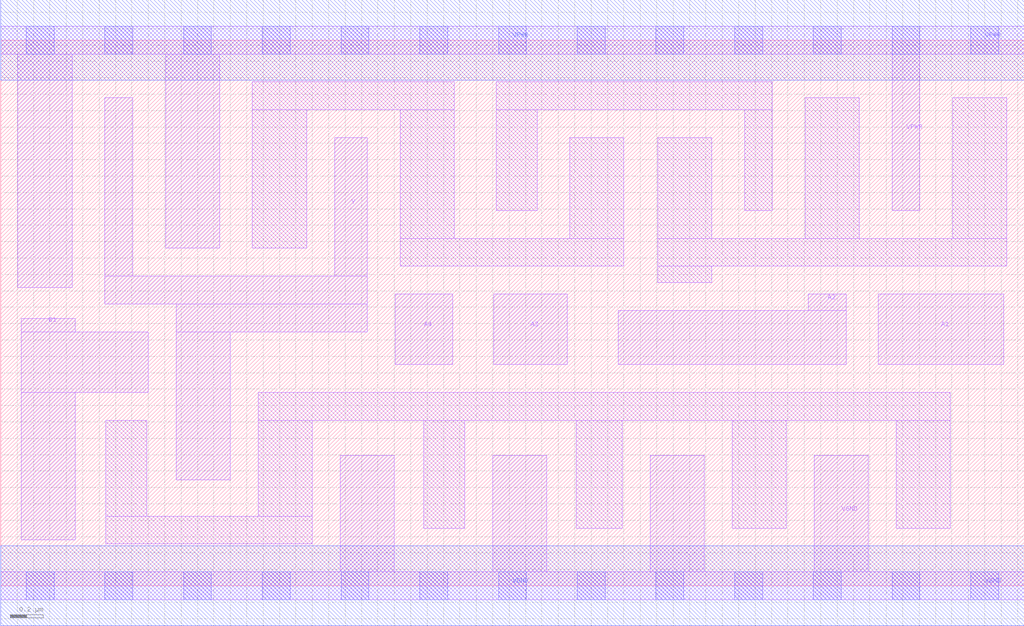
<source format=lef>
# Copyright 2020 The SkyWater PDK Authors
#
# Licensed under the Apache License, Version 2.0 (the "License");
# you may not use this file except in compliance with the License.
# You may obtain a copy of the License at
#
#     https://www.apache.org/licenses/LICENSE-2.0
#
# Unless required by applicable law or agreed to in writing, software
# distributed under the License is distributed on an "AS IS" BASIS,
# WITHOUT WARRANTIES OR CONDITIONS OF ANY KIND, either express or implied.
# See the License for the specific language governing permissions and
# limitations under the License.
#
# SPDX-License-Identifier: Apache-2.0

VERSION 5.7 ;
  NAMESCASESENSITIVE ON ;
  NOWIREEXTENSIONATPIN ON ;
  DIVIDERCHAR "/" ;
  BUSBITCHARS "[]" ;
UNITS
  DATABASE MICRONS 200 ;
END UNITS
MACRO sky130_fd_sc_hs__o41ai_2
  CLASS CORE ;
  SOURCE USER ;
  FOREIGN sky130_fd_sc_hs__o41ai_2 ;
  ORIGIN  0.000000  0.000000 ;
  SIZE  6.240000 BY  3.330000 ;
  SYMMETRY X Y ;
  SITE unit ;
  PIN A1
    ANTENNAGATEAREA  0.558000 ;
    DIRECTION INPUT ;
    USE SIGNAL ;
    PORT
      LAYER li1 ;
        RECT 5.350000 1.350000 6.115000 1.780000 ;
    END
  END A1
  PIN A2
    ANTENNAGATEAREA  0.558000 ;
    DIRECTION INPUT ;
    USE SIGNAL ;
    PORT
      LAYER li1 ;
        RECT 3.765000 1.350000 5.155000 1.680000 ;
        RECT 4.925000 1.680000 5.155000 1.780000 ;
    END
  END A2
  PIN A3
    ANTENNAGATEAREA  0.558000 ;
    DIRECTION INPUT ;
    USE SIGNAL ;
    PORT
      LAYER li1 ;
        RECT 3.005000 1.350000 3.455000 1.780000 ;
    END
  END A3
  PIN A4
    ANTENNAGATEAREA  0.558000 ;
    DIRECTION INPUT ;
    USE SIGNAL ;
    PORT
      LAYER li1 ;
        RECT 2.405000 1.350000 2.755000 1.780000 ;
    END
  END A4
  PIN B1
    ANTENNAGATEAREA  0.558000 ;
    DIRECTION INPUT ;
    USE SIGNAL ;
    PORT
      LAYER li1 ;
        RECT 0.125000 0.280000 0.455000 1.180000 ;
        RECT 0.125000 1.180000 0.900000 1.550000 ;
        RECT 0.125000 1.550000 0.455000 1.630000 ;
    END
  END B1
  PIN Y
    ANTENNADIFFAREA  0.879200 ;
    DIRECTION OUTPUT ;
    USE SIGNAL ;
    PORT
      LAYER li1 ;
        RECT 0.635000 1.720000 2.235000 1.890000 ;
        RECT 0.635000 1.890000 0.805000 2.980000 ;
        RECT 1.070000 0.645000 1.400000 1.550000 ;
        RECT 1.070000 1.550000 2.235000 1.720000 ;
        RECT 2.035000 1.890000 2.235000 2.735000 ;
    END
  END Y
  PIN VGND
    DIRECTION INOUT ;
    USE GROUND ;
    PORT
      LAYER li1 ;
        RECT 0.000000 -0.085000 6.240000 0.085000 ;
        RECT 2.070000  0.085000 2.400000 0.795000 ;
        RECT 3.000000  0.085000 3.330000 0.795000 ;
        RECT 3.960000  0.085000 4.290000 0.795000 ;
        RECT 4.960000  0.085000 5.290000 0.795000 ;
      LAYER mcon ;
        RECT 0.155000 -0.085000 0.325000 0.085000 ;
        RECT 0.635000 -0.085000 0.805000 0.085000 ;
        RECT 1.115000 -0.085000 1.285000 0.085000 ;
        RECT 1.595000 -0.085000 1.765000 0.085000 ;
        RECT 2.075000 -0.085000 2.245000 0.085000 ;
        RECT 2.555000 -0.085000 2.725000 0.085000 ;
        RECT 3.035000 -0.085000 3.205000 0.085000 ;
        RECT 3.515000 -0.085000 3.685000 0.085000 ;
        RECT 3.995000 -0.085000 4.165000 0.085000 ;
        RECT 4.475000 -0.085000 4.645000 0.085000 ;
        RECT 4.955000 -0.085000 5.125000 0.085000 ;
        RECT 5.435000 -0.085000 5.605000 0.085000 ;
        RECT 5.915000 -0.085000 6.085000 0.085000 ;
      LAYER met1 ;
        RECT 0.000000 -0.245000 6.240000 0.245000 ;
    END
  END VGND
  PIN VPWR
    DIRECTION INOUT ;
    USE POWER ;
    PORT
      LAYER li1 ;
        RECT 0.000000 3.245000 6.240000 3.415000 ;
        RECT 0.105000 1.820000 0.435000 3.245000 ;
        RECT 1.005000 2.060000 1.335000 3.245000 ;
        RECT 5.435000 2.290000 5.605000 3.245000 ;
      LAYER mcon ;
        RECT 0.155000 3.245000 0.325000 3.415000 ;
        RECT 0.635000 3.245000 0.805000 3.415000 ;
        RECT 1.115000 3.245000 1.285000 3.415000 ;
        RECT 1.595000 3.245000 1.765000 3.415000 ;
        RECT 2.075000 3.245000 2.245000 3.415000 ;
        RECT 2.555000 3.245000 2.725000 3.415000 ;
        RECT 3.035000 3.245000 3.205000 3.415000 ;
        RECT 3.515000 3.245000 3.685000 3.415000 ;
        RECT 3.995000 3.245000 4.165000 3.415000 ;
        RECT 4.475000 3.245000 4.645000 3.415000 ;
        RECT 4.955000 3.245000 5.125000 3.415000 ;
        RECT 5.435000 3.245000 5.605000 3.415000 ;
        RECT 5.915000 3.245000 6.085000 3.415000 ;
      LAYER met1 ;
        RECT 0.000000 3.085000 6.240000 3.575000 ;
    END
  END VPWR
  OBS
    LAYER li1 ;
      RECT 0.640000 0.255000 1.900000 0.425000 ;
      RECT 0.640000 0.425000 0.890000 1.010000 ;
      RECT 1.535000 2.060000 1.865000 2.905000 ;
      RECT 1.535000 2.905000 2.765000 3.075000 ;
      RECT 1.570000 0.425000 1.900000 1.010000 ;
      RECT 1.570000 1.010000 5.790000 1.180000 ;
      RECT 2.435000 1.950000 3.800000 2.120000 ;
      RECT 2.435000 2.120000 2.765000 2.905000 ;
      RECT 2.580000 0.350000 2.830000 1.010000 ;
      RECT 3.020000 2.290000 3.270000 2.905000 ;
      RECT 3.020000 2.905000 4.705000 3.075000 ;
      RECT 3.470000 2.120000 3.800000 2.735000 ;
      RECT 3.510000 0.350000 3.790000 1.010000 ;
      RECT 4.005000 1.850000 4.335000 1.950000 ;
      RECT 4.005000 1.950000 6.135000 2.120000 ;
      RECT 4.005000 2.120000 4.335000 2.735000 ;
      RECT 4.460000 0.350000 4.790000 1.010000 ;
      RECT 4.535000 2.290000 4.705000 2.905000 ;
      RECT 4.905000 2.120000 5.235000 2.980000 ;
      RECT 5.460000 0.350000 5.790000 1.010000 ;
      RECT 5.805000 2.120000 6.135000 2.980000 ;
  END
END sky130_fd_sc_hs__o41ai_2

</source>
